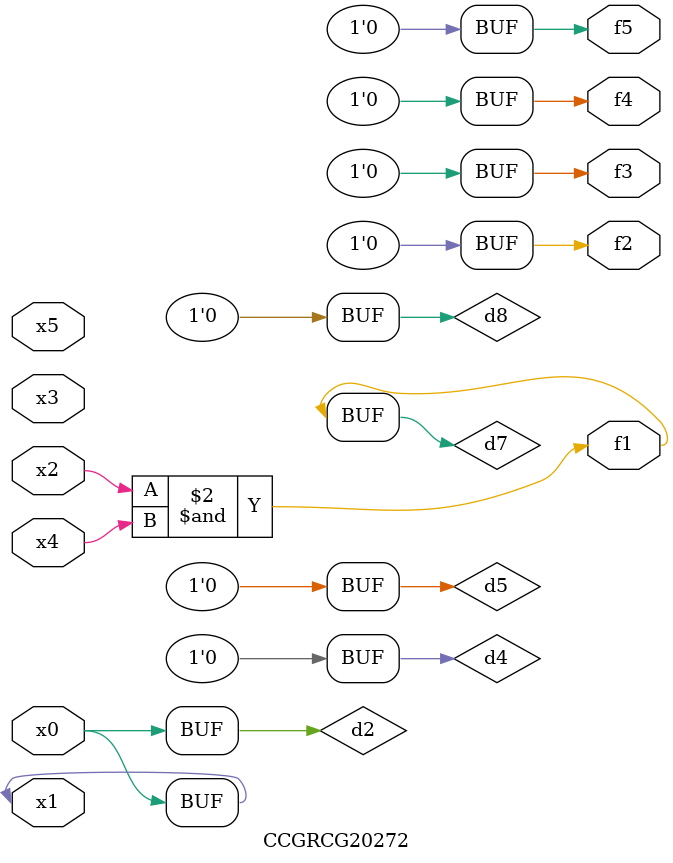
<source format=v>
module CCGRCG20272(
	input x0, x1, x2, x3, x4, x5,
	output f1, f2, f3, f4, f5
);

	wire d1, d2, d3, d4, d5, d6, d7, d8, d9;

	nand (d1, x1);
	buf (d2, x0, x1);
	nand (d3, x2, x4);
	and (d4, d1, d2);
	and (d5, d1, d2);
	nand (d6, d1, d3);
	not (d7, d3);
	xor (d8, d5);
	nor (d9, d5, d6);
	assign f1 = d7;
	assign f2 = d8;
	assign f3 = d8;
	assign f4 = d8;
	assign f5 = d8;
endmodule

</source>
